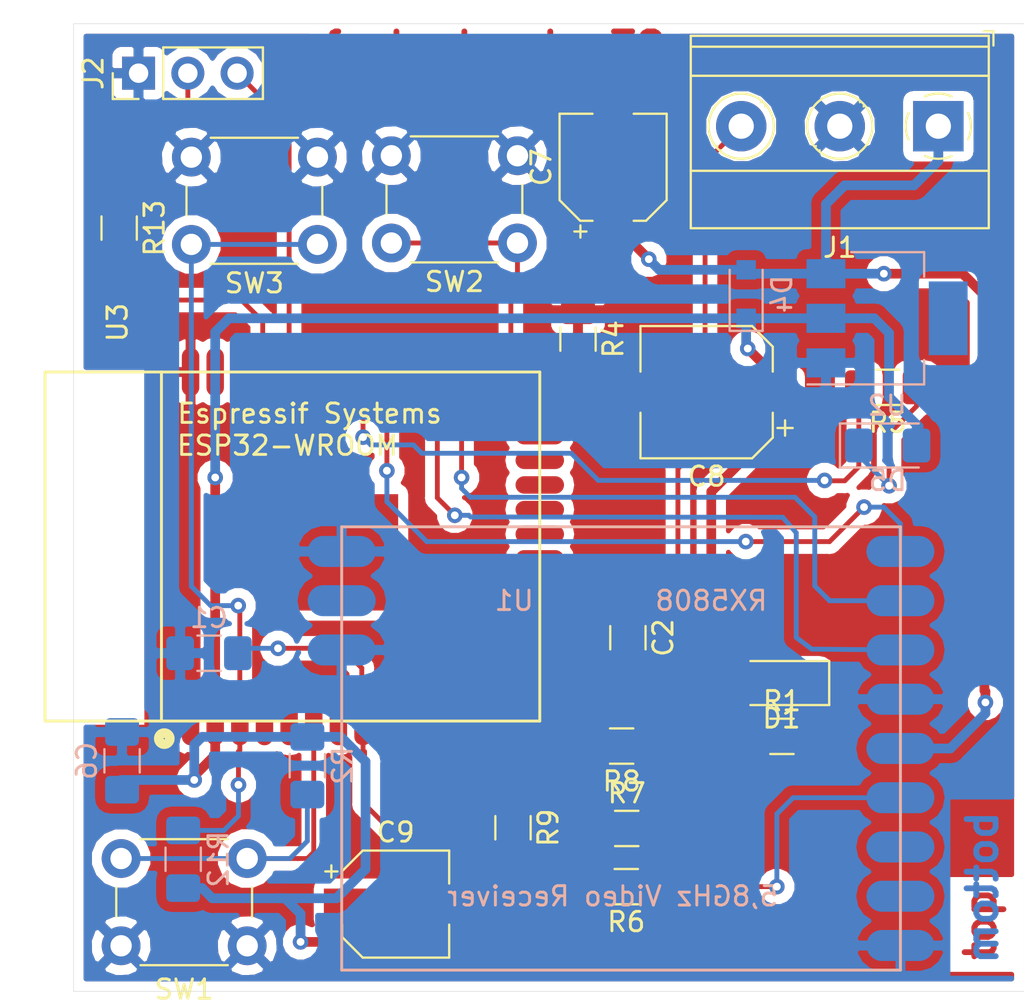
<source format=kicad_pcb>
(kicad_pcb (version 20171130) (host pcbnew 5.0.0-fee4fd1~66~ubuntu16.04.1)
  (layers (0 F.Cu signal) (31 B.Cu signal) (34 B.Paste user) (35 F.Paste user) (36 B.SilkS user) (37 F.SilkS user) (38 B.Mask user) (39 F.Mask user) (44 Edge.Cuts user))
  (net 0 "")
  (net 1 GND)
  (net 2 +3V3)
  (net 3 /RSSI)
  (net 4 "Net-(U1-Pad2)")
  (net 5 +5V)
  (net 6 "Net-(U1-Pad10)")
  (net 7 "Net-(U1-Pad11)")
  (net 8 /SPI_DATA)
  (net 9 /SPI_CS)
  (net 10 /SPI_CLK)
  (net 11 /LED)
  (net 12 /ANALOG_RSSI)
  (net 13 /BAT)
  (net 14 /ANALOG_BAT)
  (net 15 "Net-(U3-Pad37)")
  (net 16 "Net-(U3-Pad36)")
  (net 17 /WEB_UPDATE)
  (net 18 "Net-(U3-Pad32)")
  (net 19 "Net-(U3-Pad29)")
  (net 20 "Net-(U3-Pad26)")
  (net 21 "Net-(U3-Pad22)")
  (net 22 "Net-(U3-Pad21)")
  (net 23 "Net-(U3-Pad20)")
  (net 24 "Net-(U3-Pad19)")
  (net 25 "Net-(U3-Pad18)")
  (net 26 "Net-(U3-Pad17)")
  (net 27 "Net-(U3-Pad14)")
  (net 28 "Net-(U3-Pad13)")
  (net 29 "Net-(U3-Pad12)")
  (net 30 "Net-(U3-Pad11)")
  (net 31 "Net-(U3-Pad10)")
  (net 32 "Net-(U3-Pad7)")
  (net 33 "Net-(U3-Pad5)")
  (net 34 "Net-(U3-Pad4)")
  (net 35 /EN)
  (net 36 /IO0)
  (net 37 "Net-(R13-Pad2)")
  (net 38 /TXD)
  (net 39 /RXD)
  (net 40 "Net-(D1-Pad1)")
  (net 41 "Net-(R4-Pad2)")
  (net 42 "Net-(D5-Pad1)")
  (net 43 "Net-(U3-Pad23)")
  (net 44 "Net-(U3-Pad16)")
  (net 45 "Net-(U3-Pad33)")
  (module Button_Switch_THT:SW_PUSH_6mm (layer F.Cu) (at 147.32 87.63 180)
    (fp_text reference SW3 (at 3.25 -2 180) (layer F.SilkS))
    (fp_text value Reset)
    (fp_line (start 6.75 3) (end 6.75 1.5) (layer F.SilkS) (width 0.12))
    (fp_line (start 5.5 -1) (end 1 -1) (layer F.SilkS) (width 0.12))
    (fp_line (start -0.25 1.5) (end -0.25 3) (layer F.SilkS) (width 0.12))
    (fp_line (start 1 5.5) (end 5.5 5.5) (layer F.SilkS) (width 0.12))
    (pad 1 thru_hole circle (at 6.5 0 270) (size 2 2) (drill 1.1) (layers *.Cu *.Mask) (net 35 /EN))
    (pad 2 thru_hole circle (at 6.5 4.5 270) (size 2 2) (drill 1.1) (layers *.Cu *.Mask) (net 1 GND))
    (pad 1 thru_hole circle (at 0 0 270) (size 2 2) (drill 1.1) (layers *.Cu *.Mask) (net 35 /EN))
    (pad 2 thru_hole circle (at 0 4.5 270) (size 2 2) (drill 1.1) (layers *.Cu *.Mask) (net 1 GND))
  )
  (module TerminalBlock_Phoenix:TerminalBlock_Phoenix_MKDS-1,5-3-5.08_1x03_P5.08mm_Horizontal (layer F.Cu) (at 179.324 81.534 180)
    (fp_text reference J1 (at 5.08 -6.26 180) (layer F.SilkS))
    (fp_text value Screw_Terminal_01x03)
    (fp_arc (start 0 0) (end 0 1.68) (angle -24) (layer F.SilkS) (width 0.12))
    (fp_arc (start 0 0) (end 1.535 0.684) (angle -48) (layer F.SilkS) (width 0.12))
    (fp_arc (start 0 0) (end 0.684 -1.535) (angle -48) (layer F.SilkS) (width 0.12))
    (fp_arc (start 0 0) (end -1.535 -0.684) (angle -48) (layer F.SilkS) (width 0.12))
    (fp_arc (start 0 0) (end -0.684 1.535) (angle -25) (layer F.SilkS) (width 0.12))
    (fp_circle (center 5.08 0) (end 6.76 0) (layer F.SilkS) (width 0.12))
    (fp_circle (center 10.16 0) (end 11.84 0) (layer F.SilkS) (width 0.12))
    (fp_line (start -2.6 4.1) (end 12.76 4.1) (layer F.SilkS) (width 0.12))
    (fp_line (start -2.6 2.6) (end 12.76 2.6) (layer F.SilkS) (width 0.12))
    (fp_line (start -2.6 -2.301) (end 12.76 -2.301) (layer F.SilkS) (width 0.12))
    (fp_line (start -2.6 -5.261) (end 12.76 -5.261) (layer F.SilkS) (width 0.12))
    (fp_line (start -2.6 4.66) (end 12.76 4.66) (layer F.SilkS) (width 0.12))
    (fp_line (start -2.6 -5.261) (end -2.6 4.66) (layer F.SilkS) (width 0.12))
    (fp_line (start 12.76 -5.261) (end 12.76 4.66) (layer F.SilkS) (width 0.12))
    (fp_line (start 6.355 -1.069) (end 6.308 -1.023) (layer F.SilkS) (width 0.12))
    (fp_line (start 4.046 1.239) (end 4.011 1.274) (layer F.SilkS) (width 0.12))
    (fp_line (start 6.15 -1.275) (end 6.115 -1.239) (layer F.SilkS) (width 0.12))
    (fp_line (start 3.853 1.023) (end 3.806 1.069) (layer F.SilkS) (width 0.12))
    (fp_line (start 11.435 -1.069) (end 11.388 -1.023) (layer F.SilkS) (width 0.12))
    (fp_line (start 9.126 1.239) (end 9.091 1.274) (layer F.SilkS) (width 0.12))
    (fp_line (start 11.23 -1.275) (end 11.195 -1.239) (layer F.SilkS) (width 0.12))
    (fp_line (start 8.933 1.023) (end 8.886 1.069) (layer F.SilkS) (width 0.12))
    (fp_line (start -2.84 4.16) (end -2.84 4.9) (layer F.SilkS) (width 0.12))
    (fp_line (start -2.84 4.9) (end -2.34 4.9) (layer F.SilkS) (width 0.12))
    (pad 1 thru_hole rect (at 0 0 180) (size 2.6 2.6) (drill 1.3) (layers *.Cu *.Mask) (net 5 +5V))
    (pad 2 thru_hole circle (at 5.08 0 180) (size 2.6 2.6) (drill 1.3) (layers *.Cu *.Mask) (net 1 GND))
    (pad 3 thru_hole circle (at 10.16 0 180) (size 2.6 2.6) (drill 1.3) (layers *.Cu *.Mask) (net 13 /BAT))
  )
  (module Package_TO_SOT_SMD:SOT-223 (layer B.Cu) (at 176.682 91.44)
    (fp_text reference U2 (at 0 4.5) (layer B.SilkS) (effects (justify mirror)))
    (fp_text value LM1117-3.3)
    (fp_line (start 1.91 -3.41) (end 1.91 -2.15) (layer B.SilkS) (width 0.12))
    (fp_line (start 1.91 3.41) (end 1.91 2.15) (layer B.SilkS) (width 0.12))
    (fp_line (start -1.85 -3.41) (end 1.91 -3.41) (layer B.SilkS) (width 0.12))
    (fp_line (start -4.1 3.41) (end 1.91 3.41) (layer B.SilkS) (width 0.12))
    (pad 4 smd rect (at 3.15 0) (size 2 3.8) (layers B.Cu B.Paste B.Mask))
    (pad 2 smd rect (at -3.15 0) (size 2 1.5) (layers B.Cu B.Paste B.Mask) (net 2 +3V3))
    (pad 3 smd rect (at -3.15 -2.3) (size 2 1.5) (layers B.Cu B.Paste B.Mask) (net 5 +5V))
    (pad 1 smd rect (at -3.15 2.3) (size 2 1.5) (layers B.Cu B.Paste B.Mask) (net 1 GND))
  )
  (module Diode_SMD:D_SOD-323_HandSoldering (layer B.Cu) (at 169.418 90.19 90)
    (fp_text reference D4 (at 0 1.85 90) (layer B.SilkS) (effects (justify mirror)))
    (fp_text value DIODE)
    (fp_line (start -1.9 0.85) (end -1.9 -0.85) (layer B.SilkS) (width 0.12))
    (fp_line (start -1.9 -0.85) (end 1.25 -0.85) (layer B.SilkS) (width 0.12))
    (fp_line (start -1.9 0.85) (end 1.25 0.85) (layer B.SilkS) (width 0.12))
    (pad 1 smd rect (at -1.25 0 90) (size 1 1) (layers B.Cu B.Paste B.Mask) (net 2 +3V3))
    (pad 2 smd rect (at 1.25 0 90) (size 1 1) (layers B.Cu B.Paste B.Mask) (net 5 +5V))
  )
  (module custom-footprints:RX5808 (layer B.Cu) (at 163.81 113.624)
    (fp_text reference U1 (at -6.35 -7.62) (layer B.SilkS) (effects (justify mirror)))
    (fp_text value RX5808 (at 3.81 -7.62) (layer B.SilkS) (effects (justify mirror)))
    (fp_text user "5,8GHz Video Receiver" (at -1.27 7.62) (layer B.SilkS) (effects (justify mirror)))
    (fp_line (start 13.56 11.43) (end -15.24 11.43) (layer B.SilkS) (width 0.15))
    (fp_line (start -15.24 11.43) (end -15.24 -11.43) (layer B.SilkS) (width 0.15))
    (fp_line (start -15.24 -11.43) (end 13.56 -11.43) (layer B.SilkS) (width 0.15))
    (fp_line (start 13.56 -11.43) (end 13.56 11.43) (layer B.SilkS) (width 0.15))
    (pad 1 smd oval (at -15.24 -5.08) (size 3.5 1.6) (layers B.Cu B.Paste B.Mask) (net 1 GND))
    (pad 2 smd oval (at -15.24 -7.62) (size 3.5 1.6) (layers B.Cu B.Paste B.Mask) (net 4 "Net-(U1-Pad2)"))
    (pad 3 smd oval (at -15.24 -10.16) (size 3.5 1.6) (layers B.Cu B.Paste B.Mask) (net 1 GND))
    (pad 4 smd oval (at 13.56 -10.16) (size 3.5 1.6) (layers B.Cu B.Paste B.Mask) (net 8 /SPI_DATA))
    (pad 5 smd oval (at 13.56 -7.62) (size 3.5 1.6) (layers B.Cu B.Paste B.Mask) (net 9 /SPI_CS))
    (pad 6 smd oval (at 13.56 -5.08) (size 3.5 1.6) (layers B.Cu B.Paste B.Mask) (net 10 /SPI_CLK))
    (pad 7 smd oval (at 13.56 -2.54) (size 3.5 1.6) (layers B.Cu B.Paste B.Mask) (net 1 GND))
    (pad 8 smd oval (at 13.56 0) (size 3.5 1.6) (layers B.Cu B.Paste B.Mask) (net 5 +5V))
    (pad 9 smd oval (at 13.56 2.54) (size 3.5 1.6) (layers B.Cu B.Paste B.Mask) (net 3 /RSSI))
    (pad 10 smd oval (at 13.56 5.08) (size 3.5 1.6) (layers B.Cu B.Paste B.Mask) (net 6 "Net-(U1-Pad10)"))
    (pad 11 smd oval (at 13.56 7.62) (size 3.5 1.6) (layers B.Cu B.Paste B.Mask) (net 7 "Net-(U1-Pad11)"))
    (pad 12 smd oval (at 13.56 10.16) (size 3.5 1.6) (layers B.Cu B.Paste B.Mask) (net 1 GND))
  )
  (module Capacitor_SMD:C_1206_3216Metric_Pad1.42x1.75mm_HandSolder (layer B.Cu) (at 137.25 114.2625 270)
    (fp_text reference C6 (at 0 1.82 270) (layer B.SilkS) (effects (justify mirror)))
    (fp_text value 100nF)
    (fp_line (start -0.602064 0.91) (end 0.602064 0.91) (layer B.SilkS) (width 0.12))
    (fp_line (start -0.602064 -0.91) (end 0.602064 -0.91) (layer B.SilkS) (width 0.12))
    (pad 1 smd roundrect (at -1.4875 0 270) (size 1.425 1.75) (layers B.Cu B.Paste B.Mask) (roundrect_rratio 0.175439) (net 1 GND))
    (pad 2 smd roundrect (at 1.4875 0 270) (size 1.425 1.75) (layers B.Cu B.Paste B.Mask) (roundrect_rratio 0.175439) (net 2 +3V3))
  )
  (module Resistor_SMD:R_1206_3216Metric_Pad1.42x1.75mm_HandSolder (layer F.Cu) (at 171.2625 113)
    (fp_text reference R1 (at 0 -1.82) (layer F.SilkS))
    (fp_text value 1k)
    (fp_line (start -0.602064 0.91) (end 0.602064 0.91) (layer F.SilkS) (width 0.12))
    (fp_line (start -0.602064 -0.91) (end 0.602064 -0.91) (layer F.SilkS) (width 0.12))
    (pad 2 smd roundrect (at 1.4875 0) (size 1.425 1.75) (layers F.Cu F.Paste F.Mask) (roundrect_rratio 0.175439) (net 40 "Net-(D1-Pad1)"))
    (pad 1 smd roundrect (at -1.4875 0) (size 1.425 1.75) (layers F.Cu F.Paste F.Mask) (roundrect_rratio 0.175439) (net 1 GND))
  )
  (module Resistor_SMD:R_1206_3216Metric_Pad1.42x1.75mm_HandSolder (layer F.Cu) (at 160.75 92.5125 270)
    (fp_text reference R4 (at 0 -1.82 270) (layer F.SilkS))
    (fp_text value 5k)
    (fp_line (start -0.602064 0.91) (end 0.602064 0.91) (layer F.SilkS) (width 0.12))
    (fp_line (start -0.602064 -0.91) (end 0.602064 -0.91) (layer F.SilkS) (width 0.12))
    (pad 2 smd roundrect (at 1.4875 0 270) (size 1.425 1.75) (layers F.Cu F.Paste F.Mask) (roundrect_rratio 0.175439) (net 41 "Net-(R4-Pad2)"))
    (pad 1 smd roundrect (at -1.4875 0 270) (size 1.425 1.75) (layers F.Cu F.Paste F.Mask) (roundrect_rratio 0.175439) (net 1 GND))
  )
  (module Resistor_SMD:R_1206_3216Metric_Pad1.42x1.75mm_HandSolder (layer F.Cu) (at 163.2375 120.75 180)
    (fp_text reference R6 (at 0 -1.82 180) (layer F.SilkS))
    (fp_text value 1k)
    (fp_line (start -0.602064 -0.91) (end 0.602064 -0.91) (layer F.SilkS) (width 0.12))
    (fp_line (start -0.602064 0.91) (end 0.602064 0.91) (layer F.SilkS) (width 0.12))
    (pad 1 smd roundrect (at -1.4875 0 180) (size 1.425 1.75) (layers F.Cu F.Paste F.Mask) (roundrect_rratio 0.175439) (net 3 /RSSI))
    (pad 2 smd roundrect (at 1.4875 0 180) (size 1.425 1.75) (layers F.Cu F.Paste F.Mask) (roundrect_rratio 0.175439) (net 12 /ANALOG_RSSI))
  )
  (module Resistor_SMD:R_1206_3216Metric_Pad1.42x1.75mm_HandSolder (layer F.Cu) (at 163.2625 117.75)
    (fp_text reference R7 (at 0 -1.82) (layer F.SilkS))
    (fp_text value 10k)
    (fp_line (start -0.602064 -0.91) (end 0.602064 -0.91) (layer F.SilkS) (width 0.12))
    (fp_line (start -0.602064 0.91) (end 0.602064 0.91) (layer F.SilkS) (width 0.12))
    (pad 1 smd roundrect (at -1.4875 0) (size 1.425 1.75) (layers F.Cu F.Paste F.Mask) (roundrect_rratio 0.175439) (net 12 /ANALOG_RSSI))
    (pad 2 smd roundrect (at 1.4875 0) (size 1.425 1.75) (layers F.Cu F.Paste F.Mask) (roundrect_rratio 0.175439) (net 1 GND))
  )
  (module Resistor_SMD:R_1206_3216Metric_Pad1.42x1.75mm_HandSolder (layer F.Cu) (at 163 113.5 180)
    (fp_text reference R8 (at 0 -1.82 180) (layer F.SilkS))
    (fp_text value 10k)
    (fp_line (start -0.602064 0.91) (end 0.602064 0.91) (layer F.SilkS) (width 0.12))
    (fp_line (start -0.602064 -0.91) (end 0.602064 -0.91) (layer F.SilkS) (width 0.12))
    (pad 2 smd roundrect (at 1.4875 0 180) (size 1.425 1.75) (layers F.Cu F.Paste F.Mask) (roundrect_rratio 0.175439) (net 14 /ANALOG_BAT))
    (pad 1 smd roundrect (at -1.4875 0 180) (size 1.425 1.75) (layers F.Cu F.Paste F.Mask) (roundrect_rratio 0.175439) (net 13 /BAT))
  )
  (module Resistor_SMD:R_1206_3216Metric_Pad1.42x1.75mm_HandSolder (layer F.Cu) (at 157.4 117.7125 270)
    (fp_text reference R9 (at 0 -1.82 270) (layer F.SilkS))
    (fp_text value 10k)
    (fp_line (start -0.602064 -0.91) (end 0.602064 -0.91) (layer F.SilkS) (width 0.12))
    (fp_line (start -0.602064 0.91) (end 0.602064 0.91) (layer F.SilkS) (width 0.12))
    (pad 1 smd roundrect (at -1.4875 0 270) (size 1.425 1.75) (layers F.Cu F.Paste F.Mask) (roundrect_rratio 0.175439) (net 14 /ANALOG_BAT))
    (pad 2 smd roundrect (at 1.4875 0 270) (size 1.425 1.75) (layers F.Cu F.Paste F.Mask) (roundrect_rratio 0.175439) (net 1 GND))
  )
  (module Resistor_SMD:R_1206_3216Metric_Pad1.42x1.75mm_HandSolder (layer B.Cu) (at 140.4 119.3375 90)
    (fp_text reference R12 (at 0 1.82 90) (layer B.SilkS) (effects (justify mirror)))
    (fp_text value 10k)
    (fp_line (start -0.602064 -0.91) (end 0.602064 -0.91) (layer B.SilkS) (width 0.12))
    (fp_line (start -0.602064 0.91) (end 0.602064 0.91) (layer B.SilkS) (width 0.12))
    (pad 2 smd roundrect (at 1.4875 0 90) (size 1.425 1.75) (layers B.Cu B.Paste B.Mask) (roundrect_rratio 0.175439) (net 35 /EN))
    (pad 1 smd roundrect (at -1.4875 0 90) (size 1.425 1.75) (layers B.Cu B.Paste B.Mask) (roundrect_rratio 0.175439) (net 2 +3V3))
  )
  (module Resistor_SMD:R_1206_3216Metric_Pad1.42x1.75mm_HandSolder (layer F.Cu) (at 137.1 86.7875 270)
    (fp_text reference R13 (at 0 -1.82 270) (layer F.SilkS))
    (fp_text value 470)
    (fp_line (start -0.602064 -0.91) (end 0.602064 -0.91) (layer F.SilkS) (width 0.12))
    (fp_line (start -0.602064 0.91) (end 0.602064 0.91) (layer F.SilkS) (width 0.12))
    (pad 1 smd roundrect (at -1.4875 0 270) (size 1.425 1.75) (layers F.Cu F.Paste F.Mask) (roundrect_rratio 0.175439) (net 38 /TXD))
    (pad 2 smd roundrect (at 1.4875 0 270) (size 1.425 1.75) (layers F.Cu F.Paste F.Mask) (roundrect_rratio 0.175439) (net 37 "Net-(R13-Pad2)"))
  )
  (module ESP-32:ESP32-WROOM (layer F.Cu) (at 146.03 103.21 270)
    (fp_text reference U3 (at -11.557 9.017 270) (layer F.SilkS))
    (fp_text value ESP-32_WROOM32)
    (fp_text user "Espressif Systems" (at -6.858 -0.889) (layer F.SilkS))
    (fp_circle (center 9.906 6.604) (end 10.033 6.858) (layer F.SilkS) (width 0.5))
    (fp_text user ESP32-WROOM (at -5.207 0.254) (layer F.SilkS))
    (fp_line (start -9 6.75) (end 9 6.75) (layer F.SilkS) (width 0.15))
    (fp_line (start 9 12.75) (end 9 -12.75) (layer F.SilkS) (width 0.15))
    (fp_line (start -9 12.75) (end -9 -12.75) (layer F.SilkS) (width 0.15))
    (fp_line (start -9 -12.75) (end 9 -12.75) (layer F.SilkS) (width 0.15))
    (fp_line (start -9 12.75) (end 9 12.75) (layer F.SilkS) (width 0.15))
    (pad 38 smd oval (at -9 5.25 270) (size 2.5 0.9) (layers F.Cu F.Paste F.Mask) (net 1 GND))
    (pad 37 smd oval (at -9 3.98 270) (size 2.5 0.9) (layers F.Cu F.Paste F.Mask) (net 15 "Net-(U3-Pad37)"))
    (pad 36 smd oval (at -9 2.71 270) (size 2.5 0.9) (layers F.Cu F.Paste F.Mask) (net 16 "Net-(U3-Pad36)"))
    (pad 35 smd oval (at -9 1.44 270) (size 2.5 0.9) (layers F.Cu F.Paste F.Mask) (net 37 "Net-(R13-Pad2)"))
    (pad 34 smd oval (at -9 0.17 270) (size 2.5 0.9) (layers F.Cu F.Paste F.Mask) (net 39 /RXD))
    (pad 33 smd oval (at -9 -1.1 270) (size 2.5 0.9) (layers F.Cu F.Paste F.Mask) (net 45 "Net-(U3-Pad33)"))
    (pad 32 smd oval (at -9 -2.37 270) (size 2.5 0.9) (layers F.Cu F.Paste F.Mask) (net 18 "Net-(U3-Pad32)"))
    (pad 31 smd oval (at -9 -3.64 270) (size 2.5 0.9) (layers F.Cu F.Paste F.Mask) (net 11 /LED))
    (pad 30 smd oval (at -9 -4.91 270) (size 2.5 0.9) (layers F.Cu F.Paste F.Mask) (net 8 /SPI_DATA))
    (pad 29 smd oval (at -9 -6.18 270) (size 2.5 0.9) (layers F.Cu F.Paste F.Mask) (net 19 "Net-(U3-Pad29)"))
    (pad 28 smd oval (at -9 -7.45 270) (size 2.5 0.9) (layers F.Cu F.Paste F.Mask) (net 10 /SPI_CLK))
    (pad 27 smd oval (at -9 -8.72 270) (size 2.5 0.9) (layers F.Cu F.Paste F.Mask) (net 9 /SPI_CS))
    (pad 26 smd oval (at -9 -9.99 270) (size 2.5 0.9) (layers F.Cu F.Paste F.Mask) (net 20 "Net-(U3-Pad26)"))
    (pad 25 smd oval (at -9 -11.26 270) (size 2.5 0.9) (layers F.Cu F.Paste F.Mask) (net 36 /IO0))
    (pad 24 smd oval (at -5.715 -12.75 270) (size 0.9 2.5) (layers F.Cu F.Paste F.Mask) (net 41 "Net-(R4-Pad2)"))
    (pad 23 smd oval (at -4.445 -12.75 270) (size 0.9 2.5) (layers F.Cu F.Paste F.Mask) (net 43 "Net-(U3-Pad23)"))
    (pad 22 smd oval (at -3.175 -12.75 270) (size 0.9 2.5) (layers F.Cu F.Paste F.Mask) (net 21 "Net-(U3-Pad22)"))
    (pad 21 smd oval (at -1.905 -12.75 270) (size 0.9 2.5) (layers F.Cu F.Paste F.Mask) (net 22 "Net-(U3-Pad21)"))
    (pad 20 smd oval (at -0.635 -12.75 270) (size 0.9 2.5) (layers F.Cu F.Paste F.Mask) (net 23 "Net-(U3-Pad20)"))
    (pad 19 smd oval (at 0.635 -12.75 270) (size 0.9 2.5) (layers F.Cu F.Paste F.Mask) (net 24 "Net-(U3-Pad19)"))
    (pad 18 smd oval (at 1.905 -12.75 270) (size 0.9 2.5) (layers F.Cu F.Paste F.Mask) (net 25 "Net-(U3-Pad18)"))
    (pad 17 smd oval (at 3.175 -12.75 270) (size 0.9 2.5) (layers F.Cu F.Paste F.Mask) (net 26 "Net-(U3-Pad17)"))
    (pad 16 smd oval (at 4.445 -12.75 270) (size 0.9 2.5) (layers F.Cu F.Paste F.Mask) (net 44 "Net-(U3-Pad16)"))
    (pad 15 smd oval (at 5.715 -12.75 270) (size 0.9 2.5) (layers F.Cu F.Paste F.Mask) (net 1 GND))
    (pad 14 smd oval (at 9 -11.26 270) (size 2.5 0.9) (layers F.Cu F.Paste F.Mask) (net 27 "Net-(U3-Pad14)"))
    (pad 13 smd oval (at 9 -9.99 270) (size 2.5 0.9) (layers F.Cu F.Paste F.Mask) (net 28 "Net-(U3-Pad13)"))
    (pad 12 smd oval (at 9 -8.72 270) (size 2.5 0.9) (layers F.Cu F.Paste F.Mask) (net 29 "Net-(U3-Pad12)"))
    (pad 11 smd oval (at 9 -7.45 270) (size 2.5 0.9) (layers F.Cu F.Paste F.Mask) (net 30 "Net-(U3-Pad11)"))
    (pad 10 smd oval (at 9 -6.18 270) (size 2.5 0.9) (layers F.Cu F.Paste F.Mask) (net 31 "Net-(U3-Pad10)"))
    (pad 9 smd oval (at 9 -4.91 270) (size 2.5 0.9) (layers F.Cu F.Paste F.Mask) (net 14 /ANALOG_BAT))
    (pad 8 smd oval (at 9 -3.64 270) (size 2.5 0.9) (layers F.Cu F.Paste F.Mask) (net 12 /ANALOG_RSSI))
    (pad 7 smd oval (at 9 -2.37 270) (size 2.5 0.9) (layers F.Cu F.Paste F.Mask) (net 32 "Net-(U3-Pad7)"))
    (pad 6 smd oval (at 9 -1.1 270) (size 2.5 0.9) (layers F.Cu F.Paste F.Mask) (net 17 /WEB_UPDATE))
    (pad 5 smd oval (at 9 0.17 270) (size 2.5 0.9) (layers F.Cu F.Paste F.Mask) (net 33 "Net-(U3-Pad5)"))
    (pad 4 smd oval (at 9 1.44 270) (size 2.5 0.9) (layers F.Cu F.Paste F.Mask) (net 34 "Net-(U3-Pad4)"))
    (pad 3 smd oval (at 9 2.71 270) (size 2.5 0.9) (layers F.Cu F.Paste F.Mask) (net 35 /EN))
    (pad 2 smd oval (at 9 3.98 270) (size 2.5 0.9) (layers F.Cu F.Paste F.Mask) (net 2 +3V3))
    (pad 1 smd oval (at 9 5.25 270) (size 2.5 0.9) (layers F.Cu F.Paste F.Mask) (net 1 GND))
    (pad 39 smd rect (at 0.3 -2.45 270) (size 6 6) (layers F.Cu F.Paste F.Mask))
  )
  (module LED_SMD:LED_1206_3216Metric_Pad1.42x1.75mm_HandSolder (layer F.Cu) (at 171.2375 110.25 180)
    (fp_text reference D1 (at 0 -1.82 180) (layer F.SilkS))
    (fp_text value LED)
    (fp_line (start -2.46 1.135) (end 1.6 1.135) (layer F.SilkS) (width 0.12))
    (fp_line (start -2.46 -1.135) (end -2.46 1.135) (layer F.SilkS) (width 0.12))
    (fp_line (start 1.6 -1.135) (end -2.46 -1.135) (layer F.SilkS) (width 0.12))
    (pad 2 smd roundrect (at 1.4875 0 180) (size 1.425 1.75) (layers F.Cu F.Paste F.Mask) (roundrect_rratio 0.175439) (net 2 +3V3))
    (pad 1 smd roundrect (at -1.4875 0 180) (size 1.425 1.75) (layers F.Cu F.Paste F.Mask) (roundrect_rratio 0.175439) (net 40 "Net-(D1-Pad1)"))
  )
  (module Capacitor_SMD:CP_Elec_5x4.4 (layer F.Cu) (at 162.56 83.652 90)
    (fp_text reference C7 (at 0 -3.7 90) (layer F.SilkS))
    (fp_text value 10µF)
    (fp_line (start -3.3125 -1.9975) (end -3.3125 -1.3725) (layer F.SilkS) (width 0.12))
    (fp_line (start -3.625 -1.685) (end -3 -1.685) (layer F.SilkS) (width 0.12))
    (fp_line (start -2.76 1.695563) (end -1.695563 2.76) (layer F.SilkS) (width 0.12))
    (fp_line (start -2.76 -1.695563) (end -1.695563 -2.76) (layer F.SilkS) (width 0.12))
    (fp_line (start -2.76 -1.695563) (end -2.76 -1.06) (layer F.SilkS) (width 0.12))
    (fp_line (start -2.76 1.695563) (end -2.76 1.06) (layer F.SilkS) (width 0.12))
    (fp_line (start -1.695563 2.76) (end 2.76 2.76) (layer F.SilkS) (width 0.12))
    (fp_line (start -1.695563 -2.76) (end 2.76 -2.76) (layer F.SilkS) (width 0.12))
    (fp_line (start 2.76 -2.76) (end 2.76 -1.06) (layer F.SilkS) (width 0.12))
    (fp_line (start 2.76 2.76) (end 2.76 1.06) (layer F.SilkS) (width 0.12))
    (pad 2 smd rect (at 2.2 0 90) (size 3 1.6) (layers F.Cu F.Paste F.Mask) (net 1 GND))
    (pad 1 smd rect (at -2.2 0 90) (size 3 1.6) (layers F.Cu F.Paste F.Mask) (net 5 +5V))
  )
  (module Capacitor_SMD:CP_Elec_6.3x5.4 (layer F.Cu) (at 167.38 95.25 180)
    (fp_text reference C8 (at 0 -4.35 180) (layer F.SilkS))
    (fp_text value 100µF)
    (fp_line (start 3.41 3.41) (end 3.41 1.06) (layer F.SilkS) (width 0.12))
    (fp_line (start 3.41 -3.41) (end 3.41 -1.06) (layer F.SilkS) (width 0.12))
    (fp_line (start -2.345563 -3.41) (end 3.41 -3.41) (layer F.SilkS) (width 0.12))
    (fp_line (start -2.345563 3.41) (end 3.41 3.41) (layer F.SilkS) (width 0.12))
    (fp_line (start -3.41 2.345563) (end -3.41 1.06) (layer F.SilkS) (width 0.12))
    (fp_line (start -3.41 -2.345563) (end -3.41 -1.06) (layer F.SilkS) (width 0.12))
    (fp_line (start -3.41 -2.345563) (end -2.345563 -3.41) (layer F.SilkS) (width 0.12))
    (fp_line (start -3.41 2.345563) (end -2.345563 3.41) (layer F.SilkS) (width 0.12))
    (fp_line (start -4.4375 -1.8475) (end -3.65 -1.8475) (layer F.SilkS) (width 0.12))
    (fp_line (start -4.04375 -2.24125) (end -4.04375 -1.45375) (layer F.SilkS) (width 0.12))
    (pad 1 smd rect (at -2.8 0 180) (size 3.5 1.6) (layers F.Cu F.Paste F.Mask) (net 2 +3V3))
    (pad 2 smd rect (at 2.8 0 180) (size 3.5 1.6) (layers F.Cu F.Paste F.Mask) (net 1 GND))
  )
  (module Capacitor_SMD:CP_Elec_5x4.4 (layer F.Cu) (at 151.35 121.65)
    (fp_text reference C9 (at 0 -3.7) (layer F.SilkS))
    (fp_text value 10µF)
    (fp_line (start 2.76 2.76) (end 2.76 1.06) (layer F.SilkS) (width 0.12))
    (fp_line (start 2.76 -2.76) (end 2.76 -1.06) (layer F.SilkS) (width 0.12))
    (fp_line (start -1.695563 -2.76) (end 2.76 -2.76) (layer F.SilkS) (width 0.12))
    (fp_line (start -1.695563 2.76) (end 2.76 2.76) (layer F.SilkS) (width 0.12))
    (fp_line (start -2.76 1.695563) (end -2.76 1.06) (layer F.SilkS) (width 0.12))
    (fp_line (start -2.76 -1.695563) (end -2.76 -1.06) (layer F.SilkS) (width 0.12))
    (fp_line (start -2.76 -1.695563) (end -1.695563 -2.76) (layer F.SilkS) (width 0.12))
    (fp_line (start -2.76 1.695563) (end -1.695563 2.76) (layer F.SilkS) (width 0.12))
    (fp_line (start -3.625 -1.685) (end -3 -1.685) (layer F.SilkS) (width 0.12))
    (fp_line (start -3.3125 -1.9975) (end -3.3125 -1.3725) (layer F.SilkS) (width 0.12))
    (pad 1 smd rect (at -2.2 0) (size 3 1.6) (layers F.Cu F.Paste F.Mask) (net 2 +3V3))
    (pad 2 smd rect (at 2.2 0) (size 3 1.6) (layers F.Cu F.Paste F.Mask) (net 1 GND))
  )
  (module LED_SMD:LED_1206_3216Metric_Pad1.42x1.75mm_HandSolder (layer B.Cu) (at 176.7125 98)
    (fp_text reference D5 (at 0 1.82) (layer B.SilkS) (effects (justify mirror)))
    (fp_text value LED)
    (fp_line (start 1.6 1.135) (end -2.46 1.135) (layer B.SilkS) (width 0.12))
    (fp_line (start -2.46 1.135) (end -2.46 -1.135) (layer B.SilkS) (width 0.12))
    (fp_line (start -2.46 -1.135) (end 1.6 -1.135) (layer B.SilkS) (width 0.12))
    (pad 1 smd roundrect (at -1.4875 0) (size 1.425 1.75) (layers B.Cu B.Paste B.Mask) (roundrect_rratio 0.175439) (net 42 "Net-(D5-Pad1)"))
    (pad 2 smd roundrect (at 1.4875 0) (size 1.425 1.75) (layers B.Cu B.Paste B.Mask) (roundrect_rratio 0.175439) (net 2 +3V3))
  )
  (module Resistor_SMD:R_1206_3216Metric_Pad1.42x1.75mm_HandSolder (layer F.Cu) (at 176.7125 95 180)
    (fp_text reference R5 (at 0 -1.82 180) (layer F.SilkS))
    (fp_text value 1k)
    (fp_line (start -0.602064 -0.91) (end 0.602064 -0.91) (layer F.SilkS) (width 0.12))
    (fp_line (start -0.602064 0.91) (end 0.602064 0.91) (layer F.SilkS) (width 0.12))
    (pad 1 smd roundrect (at -1.4875 0 180) (size 1.425 1.75) (layers F.Cu F.Paste F.Mask) (roundrect_rratio 0.175439) (net 42 "Net-(D5-Pad1)"))
    (pad 2 smd roundrect (at 1.4875 0 180) (size 1.425 1.75) (layers F.Cu F.Paste F.Mask) (roundrect_rratio 0.175439) (net 11 /LED))
  )
  (module Button_Switch_THT:SW_PUSH_6mm (layer F.Cu) (at 137.2 119.3)
    (fp_text reference SW1 (at 3.25 6.75 180) (layer F.SilkS))
    (fp_text value Webupdate)
    (fp_line (start 1 5.5) (end 5.5 5.5) (layer F.SilkS) (width 0.12))
    (fp_line (start -0.25 1.5) (end -0.25 3) (layer F.SilkS) (width 0.12))
    (fp_line (start 5.5 -1) (end 1 -1) (layer F.SilkS) (width 0.12))
    (fp_line (start 6.75 3) (end 6.75 1.5) (layer F.SilkS) (width 0.12))
    (pad 2 thru_hole circle (at 0 4.5 90) (size 2 2) (drill 1.1) (layers *.Cu *.Mask) (net 1 GND))
    (pad 1 thru_hole circle (at 0 0 90) (size 2 2) (drill 1.1) (layers *.Cu *.Mask) (net 17 /WEB_UPDATE))
    (pad 2 thru_hole circle (at 6.5 4.5 90) (size 2 2) (drill 1.1) (layers *.Cu *.Mask) (net 1 GND))
    (pad 1 thru_hole circle (at 6.5 0 90) (size 2 2) (drill 1.1) (layers *.Cu *.Mask) (net 17 /WEB_UPDATE))
  )
  (module Connector_PinHeader_2.54mm:PinHeader_1x03_P2.54mm_Vertical (layer F.Cu) (at 138.1 78.8 90)
    (fp_text reference J2 (at 0 -2.33 90) (layer F.SilkS))
    (fp_text value Serial)
    (fp_line (start -1.33 6.41) (end 1.33 6.41) (layer F.SilkS) (width 0.12))
    (fp_line (start -1.33 1.27) (end -1.33 6.41) (layer F.SilkS) (width 0.12))
    (fp_line (start 1.33 1.27) (end 1.33 6.41) (layer F.SilkS) (width 0.12))
    (fp_line (start -1.33 1.27) (end 1.33 1.27) (layer F.SilkS) (width 0.12))
    (fp_line (start -1.33 0) (end -1.33 -1.33) (layer F.SilkS) (width 0.12))
    (fp_line (start -1.33 -1.33) (end 0 -1.33) (layer F.SilkS) (width 0.12))
    (pad 1 thru_hole rect (at 0 0 90) (size 1.7 1.7) (drill 1) (layers *.Cu *.Mask) (net 1 GND))
    (pad 2 thru_hole oval (at 0 2.54 90) (size 1.7 1.7) (drill 1) (layers *.Cu *.Mask) (net 38 /TXD))
    (pad 3 thru_hole oval (at 0 5.08 90) (size 1.7 1.7) (drill 1) (layers *.Cu *.Mask) (net 39 /RXD))
  )
  (module Button_Switch_THT:SW_PUSH_6mm (layer F.Cu) (at 157.63 87.558 180)
    (fp_text reference SW2 (at 3.25 -2 180) (layer F.SilkS))
    (fp_text value Prog)
    (fp_line (start 1 5.5) (end 5.5 5.5) (layer F.SilkS) (width 0.12))
    (fp_line (start -0.25 1.5) (end -0.25 3) (layer F.SilkS) (width 0.12))
    (fp_line (start 5.5 -1) (end 1 -1) (layer F.SilkS) (width 0.12))
    (fp_line (start 6.75 3) (end 6.75 1.5) (layer F.SilkS) (width 0.12))
    (pad 2 thru_hole circle (at 0 4.5 270) (size 2 2) (drill 1.1) (layers *.Cu *.Mask) (net 1 GND))
    (pad 1 thru_hole circle (at 0 0 270) (size 2 2) (drill 1.1) (layers *.Cu *.Mask) (net 36 /IO0))
    (pad 2 thru_hole circle (at 6.5 4.5 270) (size 2 2) (drill 1.1) (layers *.Cu *.Mask) (net 1 GND))
    (pad 1 thru_hole circle (at 6.5 0 270) (size 2 2) (drill 1.1) (layers *.Cu *.Mask) (net 36 /IO0))
  )
  (module Capacitor_SMD:C_1206_3216Metric_Pad1.42x1.75mm_HandSolder (layer B.Cu) (at 141.732 108.712 180)
    (fp_text reference C1 (at 0 1.82 180) (layer B.SilkS) (effects (justify mirror)))
    (fp_text value 100nF)
    (fp_line (start -0.602064 0.91) (end 0.602064 0.91) (layer B.SilkS) (width 0.12))
    (fp_line (start -0.602064 -0.91) (end 0.602064 -0.91) (layer B.SilkS) (width 0.12))
    (pad 1 smd roundrect (at -1.4875 0 180) (size 1.425 1.75) (layers B.Cu B.Paste B.Mask) (roundrect_rratio 0.175439) (net 12 /ANALOG_RSSI))
    (pad 2 smd roundrect (at 1.4875 0 180) (size 1.425 1.75) (layers B.Cu B.Paste B.Mask) (roundrect_rratio 0.175439) (net 1 GND))
  )
  (module Capacitor_SMD:C_1206_3216Metric_Pad1.42x1.75mm_HandSolder (layer F.Cu) (at 163.322 107.9135 270)
    (fp_text reference C2 (at 0 -1.82 270) (layer F.SilkS))
    (fp_text value 100nF)
    (fp_line (start -0.602064 0.91) (end 0.602064 0.91) (layer F.SilkS) (width 0.12))
    (fp_line (start -0.602064 -0.91) (end 0.602064 -0.91) (layer F.SilkS) (width 0.12))
    (pad 2 smd roundrect (at 1.4875 0 270) (size 1.425 1.75) (layers F.Cu F.Paste F.Mask) (roundrect_rratio 0.175439) (net 14 /ANALOG_BAT))
    (pad 1 smd roundrect (at -1.4875 0 270) (size 1.425 1.75) (layers F.Cu F.Paste F.Mask) (roundrect_rratio 0.175439) (net 1 GND))
  )
  (module Resistor_SMD:R_1206_3216Metric_Pad1.42x1.75mm_HandSolder (layer B.Cu) (at 146.8 114.5125 90)
    (fp_text reference R2 (at 0 1.82 90) (layer B.SilkS) (effects (justify mirror)))
    (fp_text value 10k)
    (fp_line (start -0.602064 0.91) (end 0.602064 0.91) (layer B.SilkS) (width 0.12))
    (fp_line (start -0.602064 -0.91) (end 0.602064 -0.91) (layer B.SilkS) (width 0.12))
    (pad 1 smd roundrect (at -1.4875 0 90) (size 1.425 1.75) (layers B.Cu B.Paste B.Mask) (roundrect_rratio 0.175439) (net 17 /WEB_UPDATE))
    (pad 2 smd roundrect (at 1.4875 0 90) (size 1.425 1.75) (layers B.Cu B.Paste B.Mask) (roundrect_rratio 0.175439) (net 2 +3V3))
  )
  (gr_text v1.0 (at 149.86 80.01) (layer F.Cu) (effects (font (size 1.5 1.5) (thickness 0.3))))
  (gr_text fpvlaptracker32 (at 156.464 77.47) (layer F.Cu) (effects (font (size 1.5 1.5) (thickness 0.3))))
  (gr_text bottom (at 181.6 120.8 90) (layer B.Cu) (effects (font (size 1.5 1.5) (thickness 0.3)) (justify mirror)))
  (gr_text top (at 181.5 122.7 90) (layer F.Cu) (effects (font (size 1.5 1.5) (thickness 0.3))))
  (gr_line (start 183.75 126.15) (end 134.75 126.15) (layer Edge.Cuts) (width 0.0254))
  (gr_line (start 134.75 76.25) (end 134.75 126.15) (layer Edge.Cuts) (width 0.0254))
  (gr_line (start 183.75 76.25) (end 183.75 126.15) (layer Edge.Cuts) (width 0.0254))
  (gr_line (start 134.75 76.25) (end 183.75 76.25) (layer Edge.Cuts) (width 0.0254))
  (via (at 140.97 115.25) (size 0.8) (drill 0.4) (layers F.Cu B.Cu) (net 2))
  (segment (start 173.532 91.44) (end 169.418 91.44) (width 0.499999) (layer B.Cu) (net 2))
  (segment (start 178.2 97.136) (end 178.2 98) (width 0.499999) (layer B.Cu) (net 2))
  (segment (start 178.308 97.028) (end 178.2 97.136) (width 0.499999) (layer B.Cu) (net 2))
  (segment (start 173.532 91.44) (end 176.022 91.44) (width 0.499999) (layer B.Cu) (net 2))
  (segment (start 176.784 95.504) (end 178.308 97.028) (width 0.499999) (layer B.Cu) (net 2))
  (segment (start 176.022 91.44) (end 176.784 92.202) (width 0.499999) (layer B.Cu) (net 2))
  (segment (start 176.784 92.202) (end 176.784 95.504) (width 0.499999) (layer B.Cu) (net 2))
  (segment (start 170.18 95.25) (end 170.18 97.82) (width 0.499999) (layer F.Cu) (net 2))
  (segment (start 170.18 97.82) (end 167.62 100.38) (width 0.499999) (layer F.Cu) (net 2))
  (segment (start 170.18 95.25) (end 170.18 93.68) (width 0.499999) (layer F.Cu) (net 2))
  (via (at 169.5 93) (size 0.8) (drill 0.4) (layers F.Cu B.Cu) (net 2))
  (segment (start 170.18 93.68) (end 169.5 93) (width 0.499999) (layer F.Cu) (net 2))
  (segment (start 169.418 92.918) (end 169.5 93) (width 0.499999) (layer B.Cu) (net 2))
  (segment (start 169.418 91.44) (end 169.418 92.918) (width 0.499999) (layer B.Cu) (net 2))
  (segment (start 137.19 115.25) (end 140.75 115.25) (width 0.499999) (layer B.Cu) (net 2))
  (segment (start 167.62 109.75) (end 168.12 110.25) (width 0.499999) (layer F.Cu) (net 2))
  (segment (start 167.62 100.38) (end 167.62 109.75) (width 0.499999) (layer F.Cu) (net 2))
  (segment (start 168.12 110.25) (end 169.75 110.25) (width 0.499999) (layer F.Cu) (net 2))
  (segment (start 142.05 112.21) (end 142.05 99.65) (width 0.499999) (layer F.Cu) (net 2))
  (via (at 142.05 99.65) (size 0.8) (drill 0.4) (layers F.Cu B.Cu) (net 2))
  (segment (start 142.76 91.44) (end 169.418 91.44) (width 0.499999) (layer B.Cu) (net 2))
  (segment (start 142.05 92.15) (end 142.76 91.44) (width 0.499999) (layer B.Cu) (net 2))
  (segment (start 142.05 99.65) (end 142.05 92.15) (width 0.499999) (layer B.Cu) (net 2))
  (segment (start 142.05 113.959999) (end 142.05 112.21) (width 0.499999) (layer F.Cu) (net 2))
  (segment (start 140.97 115.039999) (end 142.05 113.959999) (width 0.499999) (layer F.Cu) (net 2))
  (segment (start 146.8 113.025) (end 141.375 113.025) (width 0.499999) (layer B.Cu) (net 2))
  (segment (start 140.97 113.43) (end 140.97 115.25) (width 0.499999) (layer B.Cu) (net 2))
  (segment (start 141.375 113.025) (end 140.97 113.43) (width 0.499999) (layer B.Cu) (net 2))
  (segment (start 148.525 113.025) (end 146.8 113.025) (width 0.499999) (layer B.Cu) (net 2))
  (segment (start 149.8 119.85) (end 149.8 114.3) (width 0.499999) (layer B.Cu) (net 2))
  (segment (start 149.8 114.3) (end 148.525 113.025) (width 0.499999) (layer B.Cu) (net 2))
  (segment (start 140.4 120.825) (end 141.375 120.825) (width 0.499999) (layer B.Cu) (net 2))
  (segment (start 141.375 120.825) (end 141.9 121.35) (width 0.499999) (layer B.Cu) (net 2))
  (segment (start 148.3 121.35) (end 149.8 119.85) (width 0.499999) (layer B.Cu) (net 2))
  (segment (start 149.15 122.949999) (end 148.499999 123.6) (width 0.499999) (layer F.Cu) (net 2))
  (segment (start 149.15 121.65) (end 149.15 122.949999) (width 0.499999) (layer F.Cu) (net 2))
  (segment (start 148.499999 123.6) (end 146.45 123.6) (width 0.499999) (layer F.Cu) (net 2))
  (via (at 146.45 123.6) (size 0.8) (drill 0.4) (layers F.Cu B.Cu) (net 2))
  (segment (start 145.25 121.35) (end 145.65 121.35) (width 0.499999) (layer B.Cu) (net 2))
  (segment (start 141.9 121.35) (end 145.25 121.35) (width 0.499999) (layer B.Cu) (net 2))
  (segment (start 145.25 121.35) (end 148.3 121.35) (width 0.499999) (layer B.Cu) (net 2))
  (segment (start 146.45 122.15) (end 146.45 123.6) (width 0.499999) (layer B.Cu) (net 2))
  (segment (start 145.65 121.35) (end 146.45 122.15) (width 0.499999) (layer B.Cu) (net 2))
  (segment (start 137.2 119.65) (end 137.25 119.6) (width 0.499999) (layer B.Cu) (net 17))
  (segment (start 171.836 116.164) (end 177.37 116.164) (width 0.25) (layer B.Cu) (net 3))
  (segment (start 171 117) (end 171.836 116.164) (width 0.25) (layer B.Cu) (net 3))
  (segment (start 171 117) (end 171 120.75) (width 0.25) (layer B.Cu) (net 3))
  (via (at 171 120.75) (size 0.8) (drill 0.4) (layers F.Cu B.Cu) (net 3))
  (segment (start 164.725 120.75) (end 171 120.75) (width 0.25) (layer F.Cu) (net 3))
  (via (at 181.75 111.25) (size 0.8) (drill 0.4) (layers F.Cu B.Cu) (net 5))
  (segment (start 179.941685 113.624) (end 179.619999 113.624) (width 0.499999) (layer B.Cu) (net 5))
  (segment (start 181.75 111.815685) (end 179.941685 113.624) (width 0.499999) (layer B.Cu) (net 5))
  (segment (start 179.619999 113.624) (end 177.37 113.624) (width 0.499999) (layer B.Cu) (net 5))
  (segment (start 181.75 111.25) (end 181.75 111.815685) (width 0.499999) (layer B.Cu) (net 5))
  (segment (start 169.364 89.14) (end 169.164 88.94) (width 0.499999) (layer B.Cu) (net 5))
  (segment (start 173.532 89.14) (end 169.364 89.14) (width 0.499999) (layer B.Cu) (net 5))
  (segment (start 179.324 83.333999) (end 178.075999 84.582) (width 0.499999) (layer B.Cu) (net 5))
  (segment (start 179.324 81.534) (end 179.324 83.333999) (width 0.499999) (layer B.Cu) (net 5))
  (segment (start 178.075999 84.582) (end 174.498 84.582) (width 0.499999) (layer B.Cu) (net 5))
  (segment (start 173.532 85.548) (end 173.532 89.14) (width 0.499999) (layer B.Cu) (net 5))
  (segment (start 174.498 84.582) (end 173.532 85.548) (width 0.499999) (layer B.Cu) (net 5))
  (segment (start 173.532 89.14) (end 176.516 89.14) (width 0.499999) (layer B.Cu) (net 5))
  (via (at 176.516 89.14) (size 0.8) (drill 0.4) (layers F.Cu B.Cu) (net 5))
  (segment (start 181.75 111.25) (end 181.75 110.684315) (width 0.499999) (layer F.Cu) (net 5))
  (segment (start 180.58 89.14) (end 176.516 89.14) (width 0.499999) (layer F.Cu) (net 5))
  (segment (start 181.7 90.26) (end 180.58 89.14) (width 0.499999) (layer F.Cu) (net 5))
  (segment (start 181.75 110.684315) (end 181.7 110.634315) (width 0.499999) (layer F.Cu) (net 5))
  (segment (start 181.7 110.634315) (end 181.7 90.26) (width 0.499999) (layer F.Cu) (net 5))
  (segment (start 169.164 88.94) (end 168.164001 88.94) (width 0.499999) (layer B.Cu) (net 5))
  (segment (start 162.56 86.552) (end 162.56 85.852) (width 0.499999) (layer F.Cu) (net 5))
  (segment (start 164.4 88.392) (end 164.4 88.392) (width 0.499999) (layer F.Cu) (net 5))
  (segment (start 168.164001 88.94) (end 164.94 88.94) (width 0.499999) (layer B.Cu) (net 5))
  (segment (start 164.94 88.94) (end 164.5 88.5) (width 0.499999) (layer B.Cu) (net 5))
  (segment (start 164.4 88.392) (end 162.56 86.552) (width 0.499999) (layer F.Cu) (net 5))
  (via (at 164.4 88.392) (size 0.8) (drill 0.4) (layers F.Cu B.Cu) (net 5))
  (segment (start 169.398 102.956) (end 169.398 102.956) (width 0.25) (layer B.Cu) (net 8))
  (via (at 169.398 102.956) (size 0.8) (drill 0.4) (layers F.Cu B.Cu) (net 8))
  (segment (start 169.398 102.956) (end 173.716 102.956) (width 0.25) (layer F.Cu) (net 8))
  (segment (start 173.716 102.956) (end 175.494 101.178) (width 0.25) (layer F.Cu) (net 8))
  (segment (start 175.494 101.178) (end 175.494 101.178) (width 0.25) (layer F.Cu) (net 8))
  (via (at 175.494 101.178) (size 0.8) (drill 0.4) (layers F.Cu B.Cu) (net 8))
  (segment (start 175.494 101.178) (end 176.51 101.178) (width 0.25) (layer B.Cu) (net 8))
  (segment (start 177.37 102.038) (end 177.37 103.464) (width 0.25) (layer B.Cu) (net 8))
  (segment (start 176.51 101.178) (end 177.37 102.038) (width 0.25) (layer B.Cu) (net 8))
  (segment (start 154.354315 102.956) (end 169.398 102.956) (width 0.25) (layer B.Cu) (net 8))
  (segment (start 154.354315 102.956) (end 152.956 102.956) (width 0.25) (layer B.Cu) (net 8))
  (segment (start 152.956 102.956) (end 150.9 100.9) (width 0.25) (layer B.Cu) (net 8))
  (segment (start 150.9 100.9) (end 150.9 99.3) (width 0.25) (layer B.Cu) (net 8))
  (via (at 150.9 99.3) (size 0.8) (drill 0.4) (layers F.Cu B.Cu) (net 8))
  (segment (start 150.9 94.25) (end 150.94 94.21) (width 0.25) (layer F.Cu) (net 8))
  (segment (start 150.9 99.3) (end 150.9 94.25) (width 0.25) (layer F.Cu) (net 8))
  (segment (start 154.75 94.21) (end 154.75 99.65) (width 0.25) (layer F.Cu) (net 9))
  (via (at 154.75 99.65) (size 0.8) (drill 0.4) (layers F.Cu B.Cu) (net 9))
  (segment (start 173.716 106.004) (end 177.37 106.004) (width 0.25) (layer B.Cu) (net 9))
  (segment (start 172.954 101.686) (end 172.954 105.242) (width 0.25) (layer B.Cu) (net 9))
  (segment (start 154.75 99.65) (end 154.75 100.215685) (width 0.25) (layer B.Cu) (net 9))
  (segment (start 154.75 100.215685) (end 155.204315 100.67) (width 0.25) (layer B.Cu) (net 9))
  (segment (start 155.204315 100.67) (end 171.938 100.67) (width 0.25) (layer B.Cu) (net 9))
  (segment (start 172.954 105.242) (end 173.716 106.004) (width 0.25) (layer B.Cu) (net 9))
  (segment (start 171.938 100.67) (end 172.954 101.686) (width 0.25) (layer B.Cu) (net 9))
  (segment (start 171.3 101.7) (end 155.792315 101.686) (width 0.25) (layer B.Cu) (net 10))
  (segment (start 177.37 108.544) (end 172.8 108.5) (width 0.25) (layer B.Cu) (net 10))
  (segment (start 172.8 108.5) (end 172 107.9) (width 0.25) (layer B.Cu) (net 10))
  (segment (start 172 107.9) (end 172 102.5) (width 0.25) (layer B.Cu) (net 10))
  (segment (start 172 102.5) (end 171.3 101.7) (width 0.25) (layer B.Cu) (net 10))
  (segment (start 153.48 95.71) (end 153.5 95.73) (width 0.25) (layer F.Cu) (net 10))
  (segment (start 153.48 94.21) (end 153.48 95.71) (width 0.25) (layer F.Cu) (net 10))
  (segment (start 153.5 95.73) (end 153.5 100.7) (width 0.25) (layer F.Cu) (net 10))
  (segment (start 153.5 100.7) (end 154.4 101.6) (width 0.25) (layer F.Cu) (net 10))
  (via (at 154.4 101.6) (size 0.8) (drill 0.4) (layers F.Cu B.Cu) (net 10))
  (segment (start 155.792315 101.686) (end 155.214 101.686) (width 0.25) (layer B.Cu) (net 10))
  (segment (start 155.128 101.6) (end 154.4 101.6) (width 0.25) (layer B.Cu) (net 10))
  (segment (start 155.214 101.686) (end 155.128 101.6) (width 0.25) (layer B.Cu) (net 10))
  (segment (start 149.67 94.21) (end 149.67 97.57) (width 0.25) (layer F.Cu) (net 11))
  (via (at 149.67 97.57) (size 0.8) (drill 0.4) (layers F.Cu B.Cu) (net 11))
  (segment (start 150.069999 97.969999) (end 152.269999 97.969999) (width 0.25) (layer B.Cu) (net 11))
  (segment (start 149.67 97.57) (end 150.069999 97.969999) (width 0.25) (layer B.Cu) (net 11))
  (segment (start 152.269999 97.969999) (end 152.7 98.4) (width 0.25) (layer B.Cu) (net 11))
  (segment (start 152.7 98.4) (end 160.4 98.4) (width 0.25) (layer B.Cu) (net 11))
  (segment (start 160.4 98.4) (end 161.8 99.8) (width 0.25) (layer B.Cu) (net 11))
  (segment (start 161.8 99.8) (end 169.1 99.8) (width 0.25) (layer B.Cu) (net 11))
  (segment (start 169.1 99.8) (end 172.19 99.8) (width 0.25) (layer B.Cu) (net 11))
  (segment (start 172.19 99.8) (end 173.46 99.8) (width 0.25) (layer B.Cu) (net 11))
  (segment (start 175.225 95) (end 175.225 99.095) (width 0.25) (layer F.Cu) (net 11))
  (segment (start 175.225 99.095) (end 174.498 99.822) (width 0.25) (layer F.Cu) (net 11))
  (via (at 173.46 99.8) (size 0.8) (drill 0.4) (layers F.Cu B.Cu) (net 11))
  (segment (start 173.482 99.822) (end 173.46 99.8) (width 0.25) (layer F.Cu) (net 11))
  (segment (start 174.498 99.822) (end 173.482 99.822) (width 0.25) (layer F.Cu) (net 11))
  (segment (start 149.67 110.71) (end 149.606 110.646) (width 0.25) (layer F.Cu) (net 12))
  (segment (start 149.67 112.21) (end 149.67 110.71) (width 0.25) (layer F.Cu) (net 12))
  (segment (start 149.606 110.646) (end 149.606 109.474) (width 0.25) (layer F.Cu) (net 12))
  (segment (start 149.606 109.474) (end 148.59 108.458) (width 0.25) (layer F.Cu) (net 12))
  (via (at 145.288 108.458) (size 0.8) (drill 0.4) (layers F.Cu B.Cu) (net 12))
  (segment (start 148.59 108.458) (end 145.288 108.458) (width 0.25) (layer F.Cu) (net 12))
  (segment (start 143.4735 108.458) (end 143.2195 108.712) (width 0.25) (layer B.Cu) (net 12))
  (segment (start 145.288 108.458) (end 143.4735 108.458) (width 0.25) (layer B.Cu) (net 12))
  (segment (start 161.775 120.725) (end 161.75 120.75) (width 0.25) (layer F.Cu) (net 12))
  (segment (start 161.775 117.75) (end 161.775 120.725) (width 0.25) (layer F.Cu) (net 12))
  (segment (start 149.67 113.71) (end 149.75 113.79) (width 0.25) (layer F.Cu) (net 12))
  (segment (start 149.67 112.21) (end 149.67 113.71) (width 0.25) (layer F.Cu) (net 12))
  (segment (start 149.75 113.79) (end 149.75 116.5) (width 0.25) (layer F.Cu) (net 12))
  (segment (start 151 117.75) (end 161.775 117.75) (width 0.25) (layer F.Cu) (net 12))
  (segment (start 149.75 116.5) (end 151 117.75) (width 0.25) (layer F.Cu) (net 12))
  (segment (start 165.3 113.5) (end 165.9 112.9) (width 0.25) (layer F.Cu) (net 13))
  (segment (start 164.4875 113.5) (end 165.3 113.5) (width 0.25) (layer F.Cu) (net 13))
  (segment (start 165.9 112.9) (end 165.9 99.2) (width 0.25) (layer F.Cu) (net 13))
  (segment (start 165.9 99.2) (end 167.3 97.8) (width 0.25) (layer F.Cu) (net 13))
  (segment (start 167.3 83.398) (end 169.164 81.534) (width 0.25) (layer F.Cu) (net 13))
  (segment (start 167.3 97.8) (end 167.3 83.398) (width 0.25) (layer F.Cu) (net 13))
  (segment (start 161.5125 111.2105) (end 163.322 109.401) (width 0.25) (layer F.Cu) (net 14))
  (segment (start 161.5125 113.5) (end 161.5125 111.2105) (width 0.25) (layer F.Cu) (net 14))
  (segment (start 158.7875 116.225) (end 161.5125 113.5) (width 0.25) (layer F.Cu) (net 14))
  (segment (start 155.9 116.225) (end 158.7875 116.225) (width 0.25) (layer F.Cu) (net 14))
  (segment (start 150.94 113.71) (end 150.94 112.21) (width 0.25) (layer F.Cu) (net 14))
  (segment (start 151 113.77) (end 150.94 113.71) (width 0.25) (layer F.Cu) (net 14))
  (segment (start 157.4 116.225) (end 152.475 116.225) (width 0.25) (layer F.Cu) (net 14))
  (segment (start 152.475 116.225) (end 151 114.75) (width 0.25) (layer F.Cu) (net 14))
  (segment (start 151 114.75) (end 151 113.77) (width 0.25) (layer F.Cu) (net 14))
  (segment (start 146.8 116) (end 146.8 118.4) (width 0.25) (layer B.Cu) (net 17))
  (segment (start 145.9 119.3) (end 143.7 119.3) (width 0.25) (layer B.Cu) (net 17))
  (segment (start 146.8 118.4) (end 145.9 119.3) (width 0.25) (layer B.Cu) (net 17))
  (segment (start 142.285787 119.3) (end 137.2 119.3) (width 0.25) (layer B.Cu) (net 17))
  (segment (start 143.7 119.3) (end 142.285787 119.3) (width 0.25) (layer B.Cu) (net 17))
  (segment (start 146.3 119.3) (end 143.7 119.3) (width 0.25) (layer F.Cu) (net 17))
  (segment (start 146.8 119.3) (end 146.3 119.3) (width 0.25) (layer F.Cu) (net 17))
  (segment (start 147.13 118.97) (end 146.8 119.3) (width 0.25) (layer F.Cu) (net 17))
  (segment (start 147.13 112.21) (end 147.13 118.97) (width 0.25) (layer F.Cu) (net 17))
  (segment (start 143.236 106.258) (end 143.236 106.258) (width 0.25) (layer B.Cu) (net 35))
  (via (at 143.236 106.258) (size 0.8) (drill 0.4) (layers F.Cu B.Cu) (net 35))
  (segment (start 143.32 106.342) (end 143.236 106.258) (width 0.25) (layer F.Cu) (net 35))
  (segment (start 143.32 112.21) (end 143.32 106.342) (width 0.25) (layer F.Cu) (net 35))
  (segment (start 143.32 112.21) (end 143.32 113.01) (width 0.25) (layer F.Cu) (net 35))
  (segment (start 143.32 113.01) (end 143.256 113.074) (width 0.25) (layer F.Cu) (net 35))
  (segment (start 140.82 87.63) (end 142.494 87.63) (width 0.25) (layer B.Cu) (net 35))
  (segment (start 145.905787 87.63) (end 142.494 87.63) (width 0.25) (layer B.Cu) (net 35))
  (segment (start 147.32 87.63) (end 145.905787 87.63) (width 0.25) (layer B.Cu) (net 35))
  (segment (start 140.82 87.63) (end 140.82 105.26) (width 0.25) (layer B.Cu) (net 35))
  (segment (start 141.818 106.258) (end 143.236 106.258) (width 0.25) (layer B.Cu) (net 35))
  (segment (start 140.82 105.26) (end 141.818 106.258) (width 0.25) (layer B.Cu) (net 35))
  (segment (start 143.32 113.71) (end 143.25 113.78) (width 0.25) (layer F.Cu) (net 35))
  (segment (start 143.32 112.21) (end 143.32 113.71) (width 0.25) (layer F.Cu) (net 35))
  (via (at 143.25 115.5) (size 0.8) (drill 0.4) (layers F.Cu B.Cu) (net 35))
  (segment (start 143.25 113.78) (end 143.25 115.5) (width 0.25) (layer F.Cu) (net 35))
  (segment (start 143.25 116.6) (end 143.25 115.5) (width 0.25) (layer B.Cu) (net 35))
  (segment (start 143.25 117.1) (end 143.25 116.6) (width 0.25) (layer B.Cu) (net 35))
  (segment (start 142.5 117.85) (end 143.25 117.1) (width 0.25) (layer B.Cu) (net 35))
  (segment (start 140.4 117.85) (end 142.5 117.85) (width 0.25) (layer B.Cu) (net 35))
  (segment (start 157.29 94.21) (end 157.29 89.61) (width 0.25) (layer F.Cu) (net 36))
  (segment (start 157.63 89.27) (end 157.63 87.558) (width 0.25) (layer F.Cu) (net 36))
  (segment (start 157.29 89.61) (end 157.63 89.27) (width 0.25) (layer F.Cu) (net 36))
  (segment (start 156.215787 87.558) (end 151.13 87.558) (width 0.25) (layer F.Cu) (net 36))
  (segment (start 157.63 87.558) (end 156.215787 87.558) (width 0.25) (layer F.Cu) (net 36))
  (segment (start 144.59 92.71) (end 144.5 92.62) (width 0.25) (layer F.Cu) (net 37))
  (segment (start 144.59 94.21) (end 144.59 92.71) (width 0.25) (layer F.Cu) (net 37))
  (segment (start 144.5 92.62) (end 144.5 91.6) (width 0.25) (layer F.Cu) (net 37))
  (segment (start 144.5 91.6) (end 143.4 90.5) (width 0.25) (layer F.Cu) (net 37))
  (segment (start 143.4 90.5) (end 138.1 90.5) (width 0.25) (layer F.Cu) (net 37))
  (segment (start 137.1 89.5) (end 137.1 88.275) (width 0.25) (layer F.Cu) (net 37))
  (segment (start 138.1 90.5) (end 137.1 89.5) (width 0.25) (layer F.Cu) (net 37))
  (segment (start 140.64 80.26) (end 140.64 78.8) (width 0.25) (layer F.Cu) (net 38))
  (segment (start 137.1 85.3) (end 137.1 82.1) (width 0.25) (layer F.Cu) (net 38))
  (segment (start 137.1 82.1) (end 138.1 81.1) (width 0.25) (layer F.Cu) (net 38))
  (segment (start 138.1 81.1) (end 139.8 81.1) (width 0.25) (layer F.Cu) (net 38))
  (segment (start 139.8 81.1) (end 140.64 80.26) (width 0.25) (layer F.Cu) (net 38))
  (segment (start 145.86 81.48) (end 143.18 78.8) (width 0.25) (layer F.Cu) (net 39))
  (segment (start 145.86 94.21) (end 145.86 81.48) (width 0.25) (layer F.Cu) (net 39))
  (segment (start 172.725 112.975) (end 172.75 113) (width 0.25) (layer F.Cu) (net 40))
  (segment (start 172.725 110.25) (end 172.725 112.975) (width 0.25) (layer F.Cu) (net 40))
  (segment (start 160.75 96.325) (end 160.75 94.8125) (width 0.25) (layer F.Cu) (net 41))
  (segment (start 159.58 97.495) (end 160.75 96.325) (width 0.25) (layer F.Cu) (net 41))
  (segment (start 160.75 94.8125) (end 160.75 94) (width 0.25) (layer F.Cu) (net 41))
  (segment (start 158.78 97.495) (end 159.58 97.495) (width 0.25) (layer F.Cu) (net 41))
  (segment (start 178.2 95.975) (end 176.784 97.391) (width 0.25) (layer F.Cu) (net 42))
  (segment (start 178.2 95) (end 178.2 95.975) (width 0.25) (layer F.Cu) (net 42))
  (via (at 176.784 100.076) (size 0.8) (drill 0.4) (layers F.Cu B.Cu) (net 42))
  (segment (start 176.784 97.391) (end 176.784 100.076) (width 0.25) (layer F.Cu) (net 42))
  (segment (start 175.225 98.517) (end 175.225 98) (width 0.25) (layer B.Cu) (net 42))
  (segment (start 176.784 100.076) (end 175.225 98.517) (width 0.25) (layer B.Cu) (net 42))
  (zone (net 1) (net_name GND) (layer B.Cu) (connect_pads (clearance 0.508)) (min_thickness 0.254) (fill yes (arc_segments 16) (thermal_gap 0.508) (thermal_bridge_width 0.508))
    (polygon (pts (xy 135 76.5) (xy 183.5 76.5) (xy 183.5 125.85) (xy 135 125.85)))
  )
  (zone (net 1) (net_name GND) (layer B.Cu) (connect_pads (clearance 0.508)) (min_thickness 0.254) (fill yes (arc_segments 16) (thermal_gap 0.508) (thermal_bridge_width 0.508))
    (polygon (pts (xy 135 76.5) (xy 183.5 76.5) (xy 183.5 125.85) (xy 135 125.85)))
  )
  (zone (net 1) (net_name GND) (layer F.Cu) (connect_pads (clearance 0.508)) (min_thickness 0.254) (fill yes (arc_segments 16) (thermal_gap 0.508) (thermal_bridge_width 0.508))
    (polygon (pts (xy 135 76.5) (xy 183.5 76.5) (xy 183.5 125.85) (xy 135 125.85)))
  )
  (zone (net 0) (net_name "") (layers F&B.Cu) (connect_pads (clearance 0.508)) (min_thickness 0.254)
    (keepout (tracks not_allowed) (vias not_allowed) (copperpour not_allowed))
    (fill (arc_segments 16) (thermal_gap 0.508) (thermal_bridge_width 0.508))
    (polygon (pts (xy 135 94.1) (xy 135.1 94.1) (xy 138.4 94.1) (xy 138.4 112.4) (xy 134.9 112.4) (xy 135 112.4)))
  )
)
</source>
